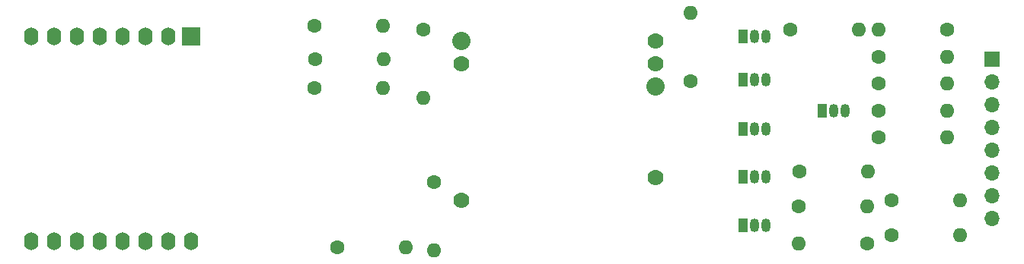
<source format=gbr>
%TF.GenerationSoftware,KiCad,Pcbnew,(6.0.5-0)*%
%TF.CreationDate,2023-03-13T13:52:06+01:00*%
%TF.ProjectId,plasma,706c6173-6d61-42e6-9b69-6361645f7063,rev?*%
%TF.SameCoordinates,Original*%
%TF.FileFunction,Soldermask,Bot*%
%TF.FilePolarity,Negative*%
%FSLAX46Y46*%
G04 Gerber Fmt 4.6, Leading zero omitted, Abs format (unit mm)*
G04 Created by KiCad (PCBNEW (6.0.5-0)) date 2023-03-13 13:52:06*
%MOMM*%
%LPD*%
G01*
G04 APERTURE LIST*
%ADD10R,1.050000X1.500000*%
%ADD11O,1.050000X1.500000*%
%ADD12C,1.778000*%
%ADD13C,2.032000*%
%ADD14C,1.600000*%
%ADD15O,1.600000X1.600000*%
%ADD16R,2.000000X2.000000*%
%ADD17O,1.600000X2.000000*%
%ADD18R,1.700000X1.700000*%
%ADD19O,1.700000X1.700000*%
G04 APERTURE END LIST*
D10*
%TO.C,Q3*%
X197106000Y-66048000D03*
D11*
X198376000Y-66048000D03*
X199646000Y-66048000D03*
%TD*%
D12*
%TO.C,M1*%
X187360000Y-71445000D03*
X187360000Y-58745000D03*
D13*
X187360000Y-61285000D03*
D12*
X165770000Y-58745000D03*
D13*
X165770000Y-56205000D03*
D12*
X187360000Y-56205000D03*
X165770000Y-73985000D03*
%TD*%
D14*
%TO.C,R2*%
X162750000Y-72000000D03*
D15*
X162750000Y-79620000D03*
%TD*%
D14*
%TO.C,R17*%
X191250000Y-60750000D03*
D15*
X191250000Y-53130000D03*
%TD*%
D14*
%TO.C,R8*%
X203400000Y-70800000D03*
D15*
X211020000Y-70800000D03*
%TD*%
D14*
%TO.C,R1*%
X149440000Y-61500000D03*
D15*
X157060000Y-61500000D03*
%TD*%
D16*
%TO.C,U1*%
X135750000Y-55750000D03*
D17*
X133210000Y-55750000D03*
X130670000Y-55750000D03*
X128130000Y-55750000D03*
X125590000Y-55750000D03*
X123050000Y-55750000D03*
X120510000Y-55750000D03*
X117970000Y-55750000D03*
X117970000Y-78610000D03*
X120510000Y-78610000D03*
X123050000Y-78610000D03*
X125590000Y-78610000D03*
X128130000Y-78610000D03*
X130670000Y-78610000D03*
X133210000Y-78610000D03*
X135750000Y-78610000D03*
%TD*%
D14*
%TO.C,R12*%
X212190000Y-67000000D03*
D15*
X219810000Y-67000000D03*
%TD*%
D14*
%TO.C,D1*%
X213600000Y-77900000D03*
D15*
X221220000Y-77900000D03*
%TD*%
D10*
%TO.C,Q2*%
X197106000Y-60548000D03*
D11*
X198376000Y-60548000D03*
X199646000Y-60548000D03*
%TD*%
D14*
%TO.C,R3*%
X152000000Y-79250000D03*
D15*
X159620000Y-79250000D03*
%TD*%
D14*
%TO.C,R6*%
X149440000Y-54500000D03*
D15*
X157060000Y-54500000D03*
%TD*%
D14*
%TO.C,R4*%
X161500000Y-55000000D03*
D15*
X161500000Y-62620000D03*
%TD*%
D10*
%TO.C,Q5*%
X197130000Y-76800000D03*
D11*
X198400000Y-76800000D03*
X199670000Y-76800000D03*
%TD*%
D14*
%TO.C,R15*%
X212190000Y-64000000D03*
D15*
X219810000Y-64000000D03*
%TD*%
D10*
%TO.C,Q1*%
X197100000Y-55700000D03*
D11*
X198370000Y-55700000D03*
X199640000Y-55700000D03*
%TD*%
D14*
%TO.C,R11*%
X212190000Y-61000000D03*
D15*
X219810000Y-61000000D03*
%TD*%
%TO.C,R14*%
X219810000Y-58000000D03*
D14*
X212190000Y-58000000D03*
%TD*%
D10*
%TO.C,Q4*%
X197130000Y-71360000D03*
D11*
X198400000Y-71360000D03*
X199670000Y-71360000D03*
%TD*%
D14*
%TO.C,R5*%
X149500000Y-58250000D03*
D15*
X157120000Y-58250000D03*
%TD*%
D14*
%TO.C,R16*%
X213566000Y-74000000D03*
D15*
X221186000Y-74000000D03*
%TD*%
D18*
%TO.C,J1*%
X224750000Y-58250000D03*
D19*
X224750000Y-60790000D03*
X224750000Y-63330000D03*
X224750000Y-65870000D03*
X224750000Y-68410000D03*
X224750000Y-70950000D03*
X224750000Y-73490000D03*
X224750000Y-76030000D03*
%TD*%
D14*
%TO.C,R13*%
X203300000Y-74700000D03*
D15*
X210920000Y-74700000D03*
%TD*%
D10*
%TO.C,Q6*%
X205900000Y-64000000D03*
D11*
X207170000Y-64000000D03*
X208440000Y-64000000D03*
%TD*%
D14*
%TO.C,R10*%
X219826000Y-55000000D03*
D15*
X212206000Y-55000000D03*
%TD*%
D14*
%TO.C,R7*%
X202376000Y-55000000D03*
D15*
X209996000Y-55000000D03*
%TD*%
D14*
%TO.C,R9*%
X210900000Y-78800000D03*
D15*
X203280000Y-78800000D03*
%TD*%
M02*

</source>
